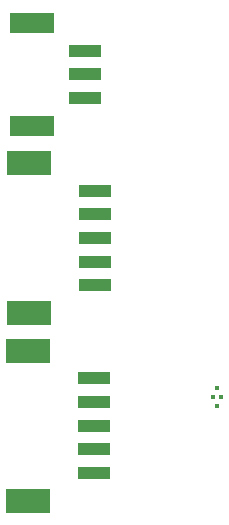
<source format=gbr>
%TF.GenerationSoftware,KiCad,Pcbnew,9.0.6*%
%TF.CreationDate,2026-01-14T23:48:26-05:00*%
%TF.ProjectId,DebuggingBoard,44656275-6767-4696-9e67-426f6172642e,rev?*%
%TF.SameCoordinates,Original*%
%TF.FileFunction,Paste,Bot*%
%TF.FilePolarity,Positive*%
%FSLAX46Y46*%
G04 Gerber Fmt 4.6, Leading zero omitted, Abs format (unit mm)*
G04 Created by KiCad (PCBNEW 9.0.6) date 2026-01-14 23:48:26*
%MOMM*%
%LPD*%
G01*
G04 APERTURE LIST*
%ADD10C,0.450000*%
%ADD11R,2.700000X1.000000*%
%ADD12R,3.800000X1.800000*%
%ADD13R,3.800000X2.000000*%
G04 APERTURE END LIST*
D10*
%TO.C,U7*%
X90250000Y-90600000D03*
X90600000Y-89850000D03*
X90600000Y-91350000D03*
X90950000Y-90600000D03*
%TD*%
D11*
%TO.C,U19*%
X79420599Y-61299974D03*
X79420599Y-63299974D03*
X79420599Y-65299974D03*
D12*
X74970511Y-58949961D03*
X74970511Y-67649987D03*
%TD*%
D11*
%TO.C,U16*%
X80299900Y-81150013D03*
X80299900Y-79150013D03*
X80299900Y-77150013D03*
X80299900Y-75150013D03*
X80299900Y-73150013D03*
D13*
X74699950Y-83500026D03*
X74699950Y-70800000D03*
%TD*%
D11*
%TO.C,U15*%
X80199975Y-97050013D03*
X80199975Y-95050013D03*
X80199975Y-93050013D03*
X80199975Y-91050013D03*
X80199975Y-89050013D03*
D13*
X74600025Y-99400026D03*
X74600025Y-86700000D03*
%TD*%
M02*

</source>
